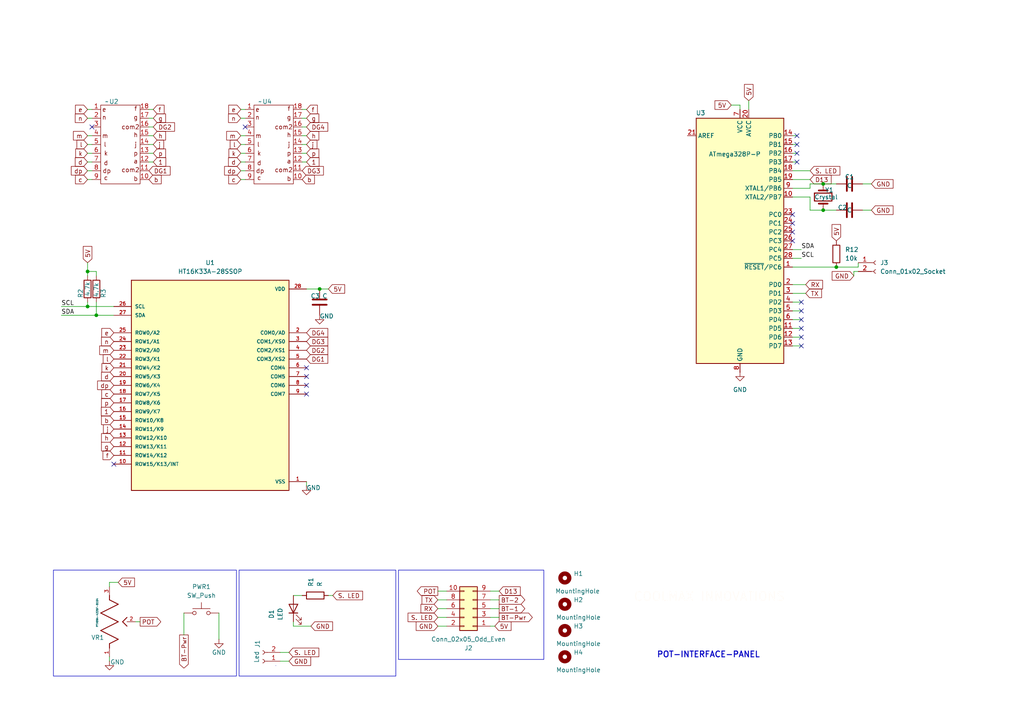
<source format=kicad_sch>
(kicad_sch (version 20250114) (generator "eeschema") (generator_version "9.0")
  (paper "A4")
  (lib_symbols
    (symbol "Connector:Conn_01x02_Socket" (pin_names (offset 1.016) (hide yes))
      (property "Reference" "J" (at 0 2.54 0))
      (property "Value" "Conn_01x02_Socket" (at 0 -5.08 0))
      (symbol "Conn_01x02_Socket_1_1"
        (polyline (pts (xy -1.27 0) (xy -0.508 0)) (stroke (width 0.1524)))
        (polyline (pts (xy -1.27 -2.54) (xy -0.508 -2.54)) (stroke (width 0.1524)))
        (arc (start 0 -0.508) (mid -0.5058 0) (end 0 0.508) (stroke (width 0.1524)))
        (arc (start 0 -3.048) (mid -0.5058 -2.54) (end 0 -2.032) (stroke (width 0.1524)))
        (pin passive line (at -5.08 0 0) (length 3.81) (name "Pin_1") (number "1"))
        (pin passive line (at -5.08 -2.54 0) (length 3.81) (name "Pin_2") (number "2"))
      )
    )
    (symbol "Connector_Generic:Conn_02x05_Odd_Even" (pin_names (offset 1.016) (hide yes))
      (property "Reference" "J" (at 1.27 7.62 0))
      (property "Value" "Conn_02x05_Odd_Even" (at 1.27 -7.62 0))
      (symbol "Conn_02x05_Odd_Even_1_1"
        (rectangle (start -1.27 6.35) (end 3.81 -6.35) (stroke (width 0.254)) (fill (type background)))
        (rectangle (start -1.27 5.207) (end 0 4.953) (stroke (width 0.1524)))
        (rectangle (start -1.27 2.667) (end 0 2.413) (stroke (width 0.1524)))
        (rectangle (start -1.27 0.127) (end 0 -0.127) (stroke (width 0.1524)))
        (rectangle (start -1.27 -2.413) (end 0 -2.667) (stroke (width 0.1524)))
        (rectangle (start -1.27 -4.953) (end 0 -5.207) (stroke (width 0.1524)))
        (rectangle (start 3.81 5.207) (end 2.54 4.953) (stroke (width 0.1524)))
        (rectangle (start 3.81 2.667) (end 2.54 2.413) (stroke (width 0.1524)))
        (rectangle (start 3.81 0.127) (end 2.54 -0.127) (stroke (width 0.1524)))
        (rectangle (start 3.81 -2.413) (end 2.54 -2.667) (stroke (width 0.1524)))
        (rectangle (start 3.81 -4.953) (end 2.54 -5.207) (stroke (width 0.1524)))
        (pin passive line (at -5.08 5.08 0) (length 3.81) (name "Pin_1") (number "1"))
        (pin passive line (at -5.08 2.54 0) (length 3.81) (name "Pin_3") (number "3"))
        (pin passive line (at -5.08 0 0) (length 3.81) (name "Pin_5") (number "5"))
        (pin passive line (at -5.08 -2.54 0) (length 3.81) (name "Pin_7") (number "7"))
        (pin passive line (at -5.08 -5.08 0) (length 3.81) (name "Pin_9") (number "9"))
        (pin passive line (at 7.62 5.08 180) (length 3.81) (name "Pin_2") (number "2"))
        (pin passive line (at 7.62 2.54 180) (length 3.81) (name "Pin_4") (number "4"))
        (pin passive line (at 7.62 0 180) (length 3.81) (name "Pin_6") (number "6"))
        (pin passive line (at 7.62 -2.54 180) (length 3.81) (name "Pin_8") (number "8"))
        (pin passive line (at 7.62 -5.08 180) (length 3.81) (name "Pin_10") (number "10"))
      )
    )
    (symbol "Device:C" (pin_numbers (hide yes)) (pin_names (offset 0.254))
      (property "Reference" "C" (at 0.635 2.54 0))
      (property "Value" "C" (at 0.635 -2.54 0))
      (symbol "C_0_1"
        (polyline (pts (xy -2.032 0.762) (xy 2.032 0.762)) (stroke (width 0.508)))
        (polyline (pts (xy -2.032 -0.762) (xy 2.032 -0.762)) (stroke (width 0.508)))
      )
      (symbol "C_1_1"
        (pin passive line (at 0 3.81 270) (length 2.794) (name "~") (number "1"))
        (pin passive line (at 0 -3.81 90) (length 2.794) (name "~") (number "2"))
      )
    )
    (symbol "Device:Crystal" (pin_numbers (hide yes)) (pin_names (offset 1.016) (hide yes))
      (property "Reference" "Y" (at 0 3.81 0))
      (property "Value" "Crystal" (at 0 -3.81 0))
      (symbol "Crystal_0_1"
        (polyline (pts (xy -2.54 0) (xy -1.905 0)))
        (polyline (pts (xy -1.905 -1.27) (xy -1.905 1.27)) (stroke (width 0.508)))
        (rectangle (start -1.143 2.54) (end 1.143 -2.54) (stroke (width 0.3048)))
        (polyline (pts (xy 1.905 -1.27) (xy 1.905 1.27)) (stroke (width 0.508)))
        (polyline (pts (xy 2.54 0) (xy 1.905 0)))
      )
      (symbol "Crystal_1_1"
        (pin passive line (at -3.81 0 0) (length 1.27) (name "1") (number "1"))
        (pin passive line (at 3.81 0 180) (length 1.27) (name "2") (number "2"))
      )
    )
    (symbol "Device:LED" (pin_numbers (hide yes)) (pin_names (offset 1.016) (hide yes))
      (property "Reference" "D" (at 0 2.54 0))
      (property "Value" "LED" (at 0 -2.54 0))
      (symbol "LED_0_1"
        (polyline (pts (xy -3.048 -0.762) (xy -4.572 -2.286) (xy -3.81 -2.286) (xy -4.572 -2.286) (xy -4.572 -1.524)))
        (polyline (pts (xy -1.778 -0.762) (xy -3.302 -2.286) (xy -2.54 -2.286) (xy -3.302 -2.286) (xy -3.302 -1.524)))
        (polyline (pts (xy -1.27 0) (xy 1.27 0)))
        (polyline (pts (xy -1.27 -1.27) (xy -1.27 1.27)) (stroke (width 0.254)))
        (polyline (pts (xy 1.27 -1.27) (xy 1.27 1.27) (xy -1.27 0) (xy 1.27 -1.27)) (stroke (width 0.254)))
      )
      (symbol "LED_1_1"
        (pin passive line (at -3.81 0 0) (length 2.54) (name "K") (number "1"))
        (pin passive line (at 3.81 0 180) (length 2.54) (name "A") (number "2"))
      )
    )
    (symbol "Device:R" (pin_numbers (hide yes)) (pin_names (offset 0))
      (property "Reference" "R" (at 2.032 0 90))
      (property "Value" "R" (at 0 0 90))
      (symbol "R_0_1"
        (rectangle (start -1.016 -2.54) (end 1.016 2.54) (stroke (width 0.254)))
      )
      (symbol "R_1_1"
        (pin passive line (at 0 3.81 270) (length 1.27) (name "~") (number "1"))
        (pin passive line (at 0 -3.81 90) (length 1.27) (name "~") (number "2"))
      )
    )
    (symbol "MCU_Microchip_ATmega:ATmega328P-P"
      (property "Reference" "U" (at -12.7 36.83 0))
      (property "Value" "ATmega328P-P" (at 2.54 -36.83 0))
      (symbol "ATmega328P-P_0_1"
        (rectangle (start -12.7 -35.56) (end 12.7 35.56) (stroke (width 0.254)) (fill (type background)))
      )
      (symbol "ATmega328P-P_1_1"
        (pin passive line (at -15.24 30.48 0) (length 2.54) (name "AREF") (number "21"))
        (pin power_in line (at 0 38.1 270) (length 2.54) (name "VCC") (number "7"))
        (pin passive line (at 0 -38.1 90) (length 2.54) (hide yes) (name "GND") (number "22"))
        (pin power_in line (at 0 -38.1 90) (length 2.54) (name "GND") (number "8"))
        (pin power_in line (at 2.54 38.1 270) (length 2.54) (name "AVCC") (number "20"))
        (pin bidirectional line (at 15.24 30.48 180) (length 2.54) (name "PB0") (number "14"))
        (pin bidirectional line (at 15.24 27.94 180) (length 2.54) (name "PB1") (number "15"))
        (pin bidirectional line (at 15.24 25.4 180) (length 2.54) (name "PB2") (number "16"))
        (pin bidirectional line (at 15.24 22.86 180) (length 2.54) (name "PB3") (number "17"))
        (pin bidirectional line (at 15.24 20.32 180) (length 2.54) (name "PB4") (number "18"))
        (pin bidirectional line (at 15.24 17.78 180) (length 2.54) (name "PB5") (number "19"))
        (pin bidirectional line (at 15.24 15.24 180) (length 2.54) (name "XTAL1/PB6") (number "9"))
        (pin bidirectional line (at 15.24 12.7 180) (length 2.54) (name "XTAL2/PB7") (number "10"))
        (pin bidirectional line (at 15.24 7.62 180) (length 2.54) (name "PC0") (number "23"))
        (pin bidirectional line (at 15.24 5.08 180) (length 2.54) (name "PC1") (number "24"))
        (pin bidirectional line (at 15.24 2.54 180) (length 2.54) (name "PC2") (number "25"))
        (pin bidirectional line (at 15.24 0 180) (length 2.54) (name "PC3") (number "26"))
        (pin bidirectional line (at 15.24 -2.54 180) (length 2.54) (name "PC4") (number "27"))
        (pin bidirectional line (at 15.24 -5.08 180) (length 2.54) (name "PC5") (number "28"))
        (pin bidirectional line (at 15.24 -7.62 180) (length 2.54) (name "~{RESET}/PC6") (number "1"))
        (pin bidirectional line (at 15.24 -12.7 180) (length 2.54) (name "PD0") (number "2"))
        (pin bidirectional line (at 15.24 -15.24 180) (length 2.54) (name "PD1") (number "3"))
        (pin bidirectional line (at 15.24 -17.78 180) (length 2.54) (name "PD2") (number "4"))
        (pin bidirectional line (at 15.24 -20.32 180) (length 2.54) (name "PD3") (number "5"))
        (pin bidirectional line (at 15.24 -22.86 180) (length 2.54) (name "PD4") (number "6"))
        (pin bidirectional line (at 15.24 -25.4 180) (length 2.54) (name "PD5") (number "11"))
        (pin bidirectional line (at 15.24 -27.94 180) (length 2.54) (name "PD6") (number "12"))
        (pin bidirectional line (at 15.24 -30.48 180) (length 2.54) (name "PD7") (number "13"))
      )
    )
    (symbol "Mechanical:MountingHole" (pin_names (offset 1.016)) (exclude_from_sim yes) (in_bom no)
      (property "Reference" "H" (at 0 5.08 0))
      (property "Value" "MountingHole" (at 0 3.175 0))
      (symbol "MountingHole_0_1"
        (circle (center 0 0) (radius 1.27) (stroke (width 1.27)))
      )
    )
    (symbol "Switch:SW_Push" (pin_numbers (hide yes)) (pin_names (offset 1.016) (hide yes))
      (property "Reference" "SW" (at 1.27 2.54 0))
      (property "Value" "SW_Push" (at 0 -1.524 0))
      (symbol "SW_Push_0_1"
        (circle (center -2.032 0) (radius 0.508))
        (polyline (pts (xy 0 1.27) (xy 0 3.048)))
        (circle (center 2.032 0) (radius 0.508))
        (polyline (pts (xy 2.54 1.27) (xy -2.54 1.27)))
        (pin passive line (at -5.08 0 0) (length 2.54) (name "1") (number "1"))
        (pin passive line (at 5.08 0 180) (length 2.54) (name "2") (number "2"))
      )
    )
    (symbol "custom_symbols:14seg"
      (property "Reference" "U" (at -0.508 0.762 0))
      (symbol "14seg_0_1"
        (rectangle (start 0 0) (end 11.43 -22.86))
      )
      (symbol "14seg_1_1"
        (text "e" (at 1.016 -1.27 0) (effects (font (size 1.27 1.27))))
        (text "n" (at 1.016 -3.556 0) (effects (font (size 1.27 1.27))))
        (text "m" (at 1.27 -8.89 0) (effects (font (size 1.27 1.27))))
        (text "l" (at 1.27 -11.43 0) (effects (font (size 1.27 1.27))))
        (text "k" (at 1.524 -13.97 0) (effects (font (size 1.27 1.27))))
        (text "d" (at 1.524 -16.764 0) (effects (font (size 1.27 1.27))))
        (text "c" (at 1.524 -21.082 0) (effects (font (size 1.27 1.27))))
        (text "dp" (at 1.778 -19.05 0) (effects (font (size 1.27 1.27))))
        (text "com2" (at 8.636 -6.35 0) (effects (font (size 1.27 1.27))))
        (text "com2" (at 8.636 -18.796 0) (effects (font (size 1.27 1.27))))
        (text "f" (at 10.16 -1.016 0) (effects (font (size 1.27 1.27))))
        (text "g" (at 10.16 -3.556 0) (effects (font (size 1.27 1.27))))
        (text "h" (at 10.16 -8.636 0) (effects (font (size 1.27 1.27))))
        (text "j" (at 10.16 -11.43 0) (effects (font (size 1.27 1.27))))
        (text "p" (at 10.16 -13.97 0) (effects (font (size 1.27 1.27))))
        (text "a" (at 10.16 -16.256 0) (effects (font (size 1.27 1.27))))
        (text "b" (at 10.16 -21.336 0) (effects (font (size 1.27 1.27))))
        (pin input line (at -2.54 -1.27 0) (length 2.54) (name "") (number "1"))
        (pin input line (at -2.54 -3.81 0) (length 2.54) (name "") (number "2"))
        (pin input line (at -2.54 -6.35 0) (length 2.54) (name "") (number "3"))
        (pin input line (at -2.54 -8.89 0) (length 2.54) (name "") (number "4"))
        (pin input line (at -2.54 -11.43 0) (length 2.54) (name "") (number "5"))
        (pin input line (at -2.54 -13.97 0) (length 2.54) (name "") (number "6"))
        (pin input line (at -2.54 -16.51 0) (length 2.54) (name "") (number "7"))
        (pin input line (at -2.54 -19.05 0) (length 2.54) (name "") (number "8"))
        (pin input line (at -2.54 -21.59 0) (length 2.54) (name "") (number "9"))
        (pin input line (at 13.97 -1.27 180) (length 2.54) (name "") (number "18"))
        (pin input line (at 13.97 -3.81 180) (length 2.54) (name "") (number "17"))
        (pin input line (at 13.97 -6.35 180) (length 2.54) (name "") (number "16"))
        (pin input line (at 13.97 -8.89 180) (length 2.54) (name "") (number "15"))
        (pin input line (at 13.97 -11.43 180) (length 2.54) (name "") (number "14"))
        (pin input line (at 13.97 -13.97 180) (length 2.54) (name "") (number "13"))
        (pin input line (at 13.97 -16.51 180) (length 2.54) (name "") (number "12"))
        (pin input line (at 13.97 -19.05 180) (length 2.54) (name "") (number "11"))
        (pin input line (at 13.97 -21.59 180) (length 2.54) (name "") (number "10"))
      )
    )
    (symbol "ht16k33-28ssop:HT16K33A-28SSOP" (pin_names (offset 1.016))
      (property "Reference" "U" (at -22.86 30.48 0))
      (property "Value" "HT16K33A-28SSOP" (at -22.86 -33.02 0))
      (symbol "HT16K33A-28SSOP_0_0"
        (rectangle (start -22.86 -30.48) (end 22.86 30.48) (stroke (width 0.254)) (fill (type background)))
        (pin input line (at -27.94 22.86 0) (length 5.08) (name "SCL") (number "26"))
        (pin bidirectional line (at -27.94 20.32 0) (length 5.08) (name "SDA") (number "27"))
        (pin bidirectional line (at -27.94 15.24 0) (length 5.08) (name "ROW0/A2") (number "25"))
        (pin bidirectional line (at -27.94 12.7 0) (length 5.08) (name "ROW1/A1") (number "24"))
        (pin bidirectional line (at -27.94 10.16 0) (length 5.08) (name "ROW2/A0") (number "23"))
        (pin bidirectional line (at -27.94 7.62 0) (length 5.08) (name "ROW3/K1") (number "22"))
        (pin bidirectional line (at -27.94 5.08 0) (length 5.08) (name "ROW4/K2") (number "21"))
        (pin bidirectional line (at -27.94 2.54 0) (length 5.08) (name "ROW5/K3") (number "20"))
        (pin bidirectional line (at -27.94 0 0) (length 5.08) (name "ROW6/K4") (number "19"))
        (pin bidirectional line (at -27.94 -2.54 0) (length 5.08) (name "ROW7/K5") (number "18"))
        (pin bidirectional line (at -27.94 -5.08 0) (length 5.08) (name "ROW8/K6") (number "17"))
        (pin bidirectional line (at -27.94 -7.62 0) (length 5.08) (name "ROW9/K7") (number "16"))
        (pin bidirectional line (at -27.94 -10.16 0) (length 5.08) (name "ROW10/K8") (number "15"))
        (pin bidirectional line (at -27.94 -12.7 0) (length 5.08) (name "ROW11/K9") (number "14"))
        (pin bidirectional line (at -27.94 -15.24 0) (length 5.08) (name "ROW12/K10") (number "13"))
        (pin bidirectional line (at -27.94 -17.78 0) (length 5.08) (name "ROW13/K11") (number "12"))
        (pin bidirectional line (at -27.94 -20.32 0) (length 5.08) (name "ROW14/K12") (number "11"))
        (pin bidirectional line (at -27.94 -22.86 0) (length 5.08) (name "ROW15/K13/INT") (number "10"))
        (pin power_in line (at 27.94 27.94 180) (length 5.08) (name "VDD") (number "28"))
        (pin output line (at 27.94 15.24 180) (length 5.08) (name "COM0/AD") (number "2"))
        (pin output line (at 27.94 12.7 180) (length 5.08) (name "COM1/KS0") (number "3"))
        (pin output line (at 27.94 10.16 180) (length 5.08) (name "COM2/KS1") (number "4"))
        (pin output line (at 27.94 7.62 180) (length 5.08) (name "COM3/KS2") (number "5"))
        (pin output line (at 27.94 5.08 180) (length 5.08) (name "COM4") (number "6"))
        (pin output line (at 27.94 2.54 180) (length 5.08) (name "COM5") (number "7"))
        (pin output line (at 27.94 0 180) (length 5.08) (name "COM6") (number "8"))
        (pin output line (at 27.94 -2.54 180) (length 5.08) (name "COM7") (number "9"))
        (pin power_in line (at 27.94 -27.94 180) (length 5.08) (name "VSS") (number "1"))
      )
    )
    (symbol "pot:PTV09A-4225F-B104" (pin_names (offset 1.016))
      (property "Reference" "VR" (at 5.08 0 0))
      (property "Value" "PTV09A-4225F-B104" (at 0 0 0))
      (symbol "PTV09A-4225F-B104_0_0"
        (polyline (pts (xy -5.08 1.27) (xy -3.81 0)) (stroke (width 0.254)))
        (polyline (pts (xy -3.81 0) (xy -5.08 -1.27)) (stroke (width 0.254)))
        (polyline (pts (xy -2.54 5.08) (xy 0 6.35)) (stroke (width 0.254)))
        (polyline (pts (xy -2.54 0) (xy 2.54 2.54)) (stroke (width 0.254)))
        (polyline (pts (xy -2.54 0) (xy 2.54 -2.54)) (stroke (width 0.254)))
        (polyline (pts (xy -2.54 -5.08) (xy 0 -6.35)) (stroke (width 0.254)))
        (polyline (pts (xy 0 6.35) (xy 0 7.62)) (stroke (width 0.254)))
        (polyline (pts (xy 0 -6.35) (xy 0 -7.62)) (stroke (width 0.254)))
        (polyline (pts (xy 2.54 2.54) (xy -2.54 5.08)) (stroke (width 0.254)))
        (polyline (pts (xy 2.54 -2.54) (xy -2.54 -5.08)) (stroke (width 0.254)))
        (pin bidirectional line (at -7.62 0 0) (length 2.54) (name "~") (number "2"))
        (pin bidirectional line (at 0 10.16 270) (length 2.54) (name "~") (number "1"))
        (pin bidirectional line (at 0 -10.16 90) (length 2.54) (name "~") (number "3"))
      )
    )
    (symbol "power:GND" (power) (pin_numbers (hide yes)) (pin_names (offset 0) (hide yes))
      (property "Value" "GND" (at 0 -3.81 0))
      (symbol "GND_0_1"
        (polyline (pts (xy 0 0) (xy 0 -1.27) (xy 1.27 -1.27) (xy 0 -2.54) (xy -1.27 -1.27) (xy 0 -1.27)))
      )
      (symbol "GND_1_1"
        (pin power_in line (at 0 0 270) (length 0) (name "~") (number "1"))
      )
    )
  )
  (rectangle (start 69.342 165.354) (end 114.808 196.088))
  (rectangle (start 157.734 191.262) (end 115.57 165.354))
  (rectangle (start 15.494 165.354) (end 68.58 196.088))
  (rectangle (start 80.01 193.04) (end 80.01 193.04))
  (text "POT-INTERFACE-PANEL\n" (at 205.486 189.992 0) (effects (font (size 1.6764 1.6764) (thickness 0.2794) (bold yes))))
  (text "COOLMAX INNOVATIONS" (at 205.74 173.228 0) (effects (font (size 2.54 2.54) (thickness 0.3556) (bold yes))))
  (junction (at 238.76 60.96))
  (junction (at 25.4 78.74))
  (junction (at 92.71 83.82))
  (junction (at 25.4 88.9))
  (junction (at 242.57 77.47))
  (junction (at 27.94 91.44))
  (junction (at 238.76 53.34))
  (no_connect (at 229.87 62.23))
  (no_connect (at 26.67 36.83))
  (no_connect (at 231.14 39.37))
  (no_connect (at 88.9 109.22))
  (no_connect (at 88.9 111.76))
  (no_connect (at 33.02 134.62))
  (no_connect (at 229.87 67.31))
  (no_connect (at 232.41 97.79))
  (no_connect (at 231.14 46.99))
  (no_connect (at 232.41 92.71))
  (no_connect (at 229.87 69.85))
  (no_connect (at 232.41 100.33))
  (no_connect (at 88.9 106.68))
  (no_connect (at 232.41 95.25))
  (no_connect (at 229.87 64.77))
  (no_connect (at 231.14 44.45))
  (no_connect (at 71.12 36.83))
  (no_connect (at 88.9 114.3))
  (no_connect (at 232.41 87.63))
  (no_connect (at 231.14 41.91))
  (no_connect (at 232.41 90.17))
  (wire (pts (xy 26.67 39.37) (xy 25.4 39.37)))
  (wire (pts (xy 85.09 180.34) (xy 85.09 181.61)))
  (wire (pts (xy 44.45 41.91) (xy 43.18 41.91)))
  (wire (pts (xy 26.67 49.53) (xy 25.4 49.53)))
  (wire (pts (xy 25.4 78.74) (xy 27.94 78.74)))
  (wire (pts (xy 242.57 77.47) (xy 248.92 77.47)))
  (wire (pts (xy 92.71 83.82) (xy 88.9 83.82)))
  (wire (pts (xy 25.4 78.74) (xy 25.4 80.01)))
  (wire (pts (xy 88.9 39.37) (xy 87.63 39.37)))
  (wire (pts (xy 229.87 85.09) (xy 233.68 85.09)))
  (wire (pts (xy 248.92 76.2) (xy 248.92 77.47)))
  (wire (pts (xy 44.45 44.45) (xy 43.18 44.45)))
  (wire (pts (xy 144.78 171.45) (xy 142.24 171.45)))
  (wire (pts (xy 229.87 77.47) (xy 242.57 77.47)))
  (wire (pts (xy 71.12 31.75) (xy 69.85 31.75)))
  (wire (pts (xy 234.95 53.34) (xy 238.76 53.34)))
  (wire (pts (xy 252.73 60.96) (xy 250.19 60.96)))
  (wire (pts (xy 229.87 72.39) (xy 232.41 72.39)))
  (wire (pts (xy 26.67 31.75) (xy 25.4 31.75)))
  (wire (pts (xy 31.75 168.91) (xy 31.75 170.18)))
  (wire (pts (xy 71.12 41.91) (xy 69.85 41.91)))
  (wire (pts (xy 27.94 87.63) (xy 27.94 91.44)))
  (wire (pts (xy 214.63 31.75) (xy 214.63 30.48)))
  (wire (pts (xy 247.65 80.01) (xy 247.65 78.74)))
  (wire (pts (xy 25.4 88.9) (xy 33.02 88.9)))
  (wire (pts (xy 26.67 46.99) (xy 25.4 46.99)))
  (wire (pts (xy 250.19 53.34) (xy 252.73 53.34)))
  (wire (pts (xy 34.29 168.91) (xy 31.75 168.91)))
  (wire (pts (xy 229.87 74.93) (xy 232.41 74.93)))
  (wire (pts (xy 144.78 179.07) (xy 142.24 179.07)))
  (wire (pts (xy 63.5 185.42) (xy 63.5 177.8)))
  (wire (pts (xy 229.87 54.61) (xy 234.95 54.61)))
  (wire (pts (xy 53.34 177.8) (xy 53.34 184.15)))
  (wire (pts (xy 27.94 91.44) (xy 33.02 91.44)))
  (wire (pts (xy 238.76 60.96) (xy 242.57 60.96)))
  (wire (pts (xy 238.76 53.34) (xy 242.57 53.34)))
  (wire (pts (xy 129.54 179.07) (xy 127 179.07)))
  (wire (pts (xy 71.12 52.07) (xy 69.85 52.07)))
  (wire (pts (xy 229.87 46.99) (xy 231.14 46.99)))
  (wire (pts (xy 85.09 181.61) (xy 90.17 181.61)))
  (wire (pts (xy 144.78 173.99) (xy 142.24 173.99)))
  (wire (pts (xy 44.45 46.99) (xy 43.18 46.99)))
  (wire (pts (xy 229.87 52.07) (xy 234.95 52.07)))
  (wire (pts (xy 88.9 140.97) (xy 88.9 139.7)))
  (wire (pts (xy 247.65 78.74) (xy 248.92 78.74)))
  (wire (pts (xy 25.4 76.2) (xy 25.4 78.74)))
  (wire (pts (xy 229.87 82.55) (xy 233.68 82.55)))
  (wire (pts (xy 229.87 57.15) (xy 234.95 57.15)))
  (wire (pts (xy 229.87 97.79) (xy 232.41 97.79)))
  (wire (pts (xy 27.94 80.01) (xy 27.94 78.74)))
  (wire (pts (xy 44.45 31.75) (xy 43.18 31.75)))
  (wire (pts (xy 229.87 92.71) (xy 232.41 92.71)))
  (wire (pts (xy 229.87 87.63) (xy 232.41 87.63)))
  (wire (pts (xy 85.09 172.72) (xy 87.63 172.72)))
  (wire (pts (xy 44.45 39.37) (xy 43.18 39.37)))
  (wire (pts (xy 71.12 34.29) (xy 69.85 34.29)))
  (wire (pts (xy 144.78 176.53) (xy 142.24 176.53)))
  (wire (pts (xy 71.12 49.53) (xy 69.85 49.53)))
  (wire (pts (xy 40.64 180.34) (xy 39.37 180.34)))
  (wire (pts (xy 83.82 191.77) (xy 81.28 191.77)))
  (wire (pts (xy 88.9 34.29) (xy 87.63 34.29)))
  (wire (pts (xy 229.87 95.25) (xy 232.41 95.25)))
  (wire (pts (xy 88.9 41.91) (xy 87.63 41.91)))
  (wire (pts (xy 71.12 39.37) (xy 69.85 39.37)))
  (wire (pts (xy 17.78 88.9) (xy 25.4 88.9)))
  (wire (pts (xy 229.87 39.37) (xy 231.14 39.37)))
  (wire (pts (xy 143.51 181.61) (xy 142.24 181.61)))
  (wire (pts (xy 71.12 46.99) (xy 69.85 46.99)))
  (wire (pts (xy 234.95 54.61) (xy 234.95 53.34)))
  (wire (pts (xy 26.67 44.45) (xy 25.4 44.45)))
  (wire (pts (xy 44.45 34.29) (xy 43.18 34.29)))
  (wire (pts (xy 44.45 36.83) (xy 43.18 36.83)))
  (wire (pts (xy 88.9 46.99) (xy 87.63 46.99)))
  (wire (pts (xy 229.87 49.53) (xy 234.95 49.53)))
  (wire (pts (xy 95.25 83.82) (xy 92.71 83.82)))
  (wire (pts (xy 127 171.45) (xy 129.54 171.45)))
  (wire (pts (xy 71.12 44.45) (xy 69.85 44.45)))
  (wire (pts (xy 83.82 189.23) (xy 81.28 189.23)))
  (wire (pts (xy 95.25 172.72) (xy 96.52 172.72)))
  (wire (pts (xy 229.87 41.91) (xy 231.14 41.91)))
  (wire (pts (xy 17.78 91.44) (xy 27.94 91.44)))
  (wire (pts (xy 234.95 57.15) (xy 234.95 60.96)))
  (wire (pts (xy 88.9 31.75) (xy 87.63 31.75)))
  (wire (pts (xy 217.17 29.21) (xy 217.17 31.75)))
  (wire (pts (xy 25.4 87.63) (xy 25.4 88.9)))
  (wire (pts (xy 229.87 100.33) (xy 232.41 100.33)))
  (wire (pts (xy 26.67 41.91) (xy 25.4 41.91)))
  (wire (pts (xy 88.9 44.45) (xy 87.63 44.45)))
  (wire (pts (xy 229.87 44.45) (xy 231.14 44.45)))
  (wire (pts (xy 127 181.61) (xy 129.54 181.61)))
  (wire (pts (xy 26.67 34.29) (xy 25.4 34.29)))
  (wire (pts (xy 234.95 60.96) (xy 238.76 60.96)))
  (wire (pts (xy 129.54 173.99) (xy 127 173.99)))
  (wire (pts (xy 229.87 90.17) (xy 232.41 90.17)))
  (wire (pts (xy 214.63 30.48) (xy 212.09 30.48)))
  (wire (pts (xy 129.54 176.53) (xy 127 176.53)))
  (wire (pts (xy 31.75 190.5) (xy 31.75 191.77)))
  (wire (pts (xy 88.9 36.83) (xy 87.63 36.83)))
  (wire (pts (xy 26.67 52.07) (xy 25.4 52.07)))
  (label "SCL" (at 17.78 88.9 0))
  (label "SCL" (at 232.41 74.93 0))
  (label "SDA" (at 17.78 91.44 0))
  (label "SDA" (at 232.41 72.39 0))
  (global_label "p" (shape input) (at 44.45 44.45 0) (property "Intersheetrefs" "${INTERSHEET_REFS}" (effects (hide yes))))
  (global_label "j" (shape input) (at 44.45 41.91 0) (property "Intersheetrefs" "${INTERSHEET_REFS}" (effects (hide yes))))
  (global_label "m" (shape input) (at 33.02 101.6 180) (property "Intersheetrefs" "${INTERSHEET_REFS}" (effects (hide yes))))
  (global_label "DG4" (shape input) (at 88.9 36.83 0) (property "Intersheetrefs" "${INTERSHEET_REFS}" (effects (hide yes))))
  (global_label "BT-2" (shape output) (at 144.78 173.99 0) (property "Intersheetrefs" "${INTERSHEET_REFS}" (effects (hide yes))))
  (global_label "5V" (shape input) (at 25.4 76.2 90) (property "Intersheetrefs" "${INTERSHEET_REFS}" (effects (hide yes))))
  (global_label "BT-Pwr" (shape output) (at 53.34 184.15 270) (property "Intersheetrefs" "${INTERSHEET_REFS}" (effects (hide yes))))
  (global_label "c" (shape input) (at 69.85 52.07 180) (property "Intersheetrefs" "${INTERSHEET_REFS}" (effects (hide yes))))
  (global_label "p" (shape input) (at 88.9 44.45 0) (property "Intersheetrefs" "${INTERSHEET_REFS}" (effects (hide yes))))
  (global_label "b" (shape input) (at 43.18 52.07 0) (property "Intersheetrefs" "${INTERSHEET_REFS}" (effects (hide yes))))
  (global_label "l" (shape input) (at 33.02 104.14 180) (property "Intersheetrefs" "${INTERSHEET_REFS}" (effects (hide yes))))
  (global_label "5V" (shape input) (at 34.29 168.91 0) (property "Intersheetrefs" "${INTERSHEET_REFS}" (effects (hide yes))))
  (global_label "DG1" (shape input) (at 43.18 49.53 0) (property "Intersheetrefs" "${INTERSHEET_REFS}" (effects (hide yes))))
  (global_label "S. LED" (shape input) (at 96.52 172.72 0) (property "Intersheetrefs" "${INTERSHEET_REFS}" (effects (hide yes))))
  (global_label "GND" (shape input) (at 252.73 53.34 0) (property "Intersheetrefs" "${INTERSHEET_REFS}" (effects (hide yes))))
  (global_label "dp" (shape input) (at 25.4 49.53 180) (property "Intersheetrefs" "${INTERSHEET_REFS}" (effects (hide yes))))
  (global_label "5V" (shape input) (at 217.17 29.21 90) (property "Intersheetrefs" "${INTERSHEET_REFS}" (effects (hide yes))))
  (global_label "d" (shape input) (at 33.02 109.22 180) (property "Intersheetrefs" "${INTERSHEET_REFS}" (effects (hide yes))))
  (global_label "p" (shape input) (at 33.02 116.84 180) (property "Intersheetrefs" "${INTERSHEET_REFS}" (effects (hide yes))))
  (global_label "DG3" (shape input) (at 87.63 49.53 0) (property "Intersheetrefs" "${INTERSHEET_REFS}" (effects (hide yes))))
  (global_label "k" (shape input) (at 25.4 44.45 180) (property "Intersheetrefs" "${INTERSHEET_REFS}" (effects (hide yes))))
  (global_label "e" (shape input) (at 25.4 31.75 180) (property "Intersheetrefs" "${INTERSHEET_REFS}" (effects (hide yes))))
  (global_label "d" (shape input) (at 69.85 46.99 180) (property "Intersheetrefs" "${INTERSHEET_REFS}" (effects (hide yes))))
  (global_label "S. LED" (shape input) (at 127 179.07 180) (property "Intersheetrefs" "${INTERSHEET_REFS}" (effects (hide yes))))
  (global_label "5V" (shape input) (at 95.25 83.82 0) (property "Intersheetrefs" "${INTERSHEET_REFS}" (effects (hide yes))))
  (global_label "g" (shape input) (at 44.45 34.29 0) (property "Intersheetrefs" "${INTERSHEET_REFS}" (effects (hide yes))))
  (global_label "DG1" (shape input) (at 88.9 104.14 0) (property "Intersheetrefs" "${INTERSHEET_REFS}" (effects (hide yes))))
  (global_label "DG4" (shape input) (at 88.9 96.52 0) (property "Intersheetrefs" "${INTERSHEET_REFS}" (effects (hide yes))))
  (global_label "S. LED" (shape input) (at 83.82 189.23 0) (property "Intersheetrefs" "${INTERSHEET_REFS}" (effects (hide yes))))
  (global_label "5V" (shape input) (at 143.51 181.61 0) (property "Intersheetrefs" "${INTERSHEET_REFS}" (effects (hide yes))))
  (global_label "c" (shape input) (at 25.4 52.07 180) (property "Intersheetrefs" "${INTERSHEET_REFS}" (effects (hide yes))))
  (global_label "b" (shape input) (at 87.63 52.07 0) (property "Intersheetrefs" "${INTERSHEET_REFS}" (effects (hide yes))))
  (global_label "f" (shape input) (at 33.02 132.08 180) (property "Intersheetrefs" "${INTERSHEET_REFS}" (effects (hide yes))))
  (global_label "f" (shape input) (at 88.9 31.75 0) (property "Intersheetrefs" "${INTERSHEET_REFS}" (effects (hide yes))))
  (global_label "n" (shape input) (at 25.4 34.29 180) (property "Intersheetrefs" "${INTERSHEET_REFS}" (effects (hide yes))))
  (global_label "POT" (shape output) (at 40.64 180.34 0) (property "Intersheetrefs" "${INTERSHEET_REFS}" (effects (hide yes))))
  (global_label "TX" (shape input) (at 233.68 85.09 0) (property "Intersheetrefs" "${INTERSHEET_REFS}" (effects (hide yes))))
  (global_label "j" (shape input) (at 88.9 41.91 0) (property "Intersheetrefs" "${INTERSHEET_REFS}" (effects (hide yes))))
  (global_label "h" (shape input) (at 33.02 127 180) (property "Intersheetrefs" "${INTERSHEET_REFS}" (effects (hide yes))))
  (global_label "d" (shape input) (at 25.4 46.99 180) (property "Intersheetrefs" "${INTERSHEET_REFS}" (effects (hide yes))))
  (global_label "dp" (shape input) (at 69.85 49.53 180) (property "Intersheetrefs" "${INTERSHEET_REFS}" (effects (hide yes))))
  (global_label "GND" (shape input) (at 127 181.61 180) (property "Intersheetrefs" "${INTERSHEET_REFS}" (effects (hide yes))))
  (global_label "DG2" (shape input) (at 44.45 36.83 0) (property "Intersheetrefs" "${INTERSHEET_REFS}" (effects (hide yes))))
  (global_label "e" (shape input) (at 69.85 31.75 180) (property "Intersheetrefs" "${INTERSHEET_REFS}" (effects (hide yes))))
  (global_label "k" (shape input) (at 33.02 106.68 180) (property "Intersheetrefs" "${INTERSHEET_REFS}" (effects (hide yes))))
  (global_label "h" (shape input) (at 88.9 39.37 0) (property "Intersheetrefs" "${INTERSHEET_REFS}" (effects (hide yes))))
  (global_label "f" (shape input) (at 44.45 31.75 0) (property "Intersheetrefs" "${INTERSHEET_REFS}" (effects (hide yes))))
  (global_label "c" (shape input) (at 33.02 114.3 180) (property "Intersheetrefs" "${INTERSHEET_REFS}" (effects (hide yes))))
  (global_label "S. LED" (shape input) (at 234.95 49.53 0) (property "Intersheetrefs" "${INTERSHEET_REFS}" (effects (hide yes))))
  (global_label "1" (shape input) (at 88.9 46.99 0) (property "Intersheetrefs" "${INTERSHEET_REFS}" (effects (hide yes))))
  (global_label "m" (shape input) (at 25.4 39.37 180) (property "Intersheetrefs" "${INTERSHEET_REFS}" (effects (hide yes))))
  (global_label "TX" (shape input) (at 127 173.99 180) (property "Intersheetrefs" "${INTERSHEET_REFS}" (effects (hide yes))))
  (global_label "l" (shape input) (at 69.85 41.91 180) (property "Intersheetrefs" "${INTERSHEET_REFS}" (effects (hide yes))))
  (global_label "GND" (shape input) (at 247.65 80.01 180) (property "Intersheetrefs" "${INTERSHEET_REFS}" (effects (hide yes))))
  (global_label "m" (shape input) (at 69.85 39.37 180) (property "Intersheetrefs" "${INTERSHEET_REFS}" (effects (hide yes))))
  (global_label "g" (shape input) (at 33.02 129.54 180) (property "Intersheetrefs" "${INTERSHEET_REFS}" (effects (hide yes))))
  (global_label "e" (shape input) (at 33.02 96.52 180) (property "Intersheetrefs" "${INTERSHEET_REFS}" (effects (hide yes))))
  (global_label "POT" (shape output) (at 127 171.45 180) (property "Intersheetrefs" "${INTERSHEET_REFS}" (effects (hide yes))))
  (global_label "D13" (shape input) (at 234.95 52.07 0) (property "Intersheetrefs" "${INTERSHEET_REFS}" (effects (hide yes))))
  (global_label "DG2" (shape input) (at 88.9 101.6 0) (property "Intersheetrefs" "${INTERSHEET_REFS}" (effects (hide yes))))
  (global_label "n" (shape input) (at 69.85 34.29 180) (property "Intersheetrefs" "${INTERSHEET_REFS}" (effects (hide yes))))
  (global_label "n" (shape input) (at 33.02 99.06 180) (property "Intersheetrefs" "${INTERSHEET_REFS}" (effects (hide yes))))
  (global_label "1" (shape input) (at 44.45 46.99 0) (property "Intersheetrefs" "${INTERSHEET_REFS}" (effects (hide yes))))
  (global_label "BT-Pwr" (shape output) (at 144.78 179.07 0) (property "Intersheetrefs" "${INTERSHEET_REFS}" (effects (hide yes))))
  (global_label "DG3" (shape input) (at 88.9 99.06 0) (property "Intersheetrefs" "${INTERSHEET_REFS}" (effects (hide yes))))
  (global_label "GND" (shape input) (at 252.73 60.96 0) (property "Intersheetrefs" "${INTERSHEET_REFS}" (effects (hide yes))))
  (global_label "RX" (shape input) (at 233.68 82.55 0) (property "Intersheetrefs" "${INTERSHEET_REFS}" (effects (hide yes))))
  (global_label "k" (shape input) (at 69.85 44.45 180) (property "Intersheetrefs" "${INTERSHEET_REFS}" (effects (hide yes))))
  (global_label "h" (shape input) (at 44.45 39.37 0) (property "Intersheetrefs" "${INTERSHEET_REFS}" (effects (hide yes))))
  (global_label "GND" (shape input) (at 90.17 181.61 0) (property "Intersheetrefs" "${INTERSHEET_REFS}" (effects (hide yes))))
  (global_label "g" (shape input) (at 88.9 34.29 0) (property "Intersheetrefs" "${INTERSHEET_REFS}" (effects (hide yes))))
  (global_label "dp" (shape input) (at 33.02 111.76 180) (property "Intersheetrefs" "${INTERSHEET_REFS}" (effects (hide yes))))
  (global_label "1" (shape input) (at 33.02 119.38 180) (property "Intersheetrefs" "${INTERSHEET_REFS}" (effects (hide yes))))
  (global_label "D13" (shape input) (at 144.78 171.45 0) (property "Intersheetrefs" "${INTERSHEET_REFS}" (effects (hide yes))))
  (global_label "RX" (shape input) (at 127 176.53 180) (property "Intersheetrefs" "${INTERSHEET_REFS}" (effects (hide yes))))
  (global_label "b" (shape input) (at 33.02 121.92 180) (property "Intersheetrefs" "${INTERSHEET_REFS}" (effects (hide yes))))
  (global_label "BT-1" (shape output) (at 144.78 176.53 0) (property "Intersheetrefs" "${INTERSHEET_REFS}" (effects (hide yes))))
  (global_label "l" (shape input) (at 25.4 41.91 180) (property "Intersheetrefs" "${INTERSHEET_REFS}" (effects (hide yes))))
  (global_label "5V" (shape input) (at 242.57 69.85 90) (property "Intersheetrefs" "${INTERSHEET_REFS}" (effects (hide yes))))
  (global_label "GND" (shape input) (at 83.82 191.77 0) (property "Intersheetrefs" "${INTERSHEET_REFS}" (effects (hide yes))))
  (global_label "5V" (shape input) (at 212.09 30.48 180) (property "Intersheetrefs" "${INTERSHEET_REFS}" (effects (hide yes))))
  (global_label "j" (shape input) (at 33.02 124.46 180) (property "Intersheetrefs" "${INTERSHEET_REFS}" (effects (hide yes))))
  (symbol (lib_id "Mechanical:MountingHole") (at 163.83 182.88 0) (unit 1) (exclude_from_sim yes) (in_bom no)
    (property "Reference" "H3" (at 166.37 181.6099 0) (effects (justify left)))
    (property "Value" "MountingHole" (at 161.29 186.69 0) (effects (justify left)))
    (property "Footprint" "MountingHole:MountingHole_2.2mm_M2" (effects (hide yes)))
    (property "Description" "Mounting Hole without connection" (effects (hide yes)))
  )
  (symbol (lib_id "Switch:SW_Push") (at 58.42 177.8 0) (unit 1)
    (property "Reference" "PWR1" (at 58.42 170.18 0))
    (property "Value" "SW_Push" (at 58.42 172.72 0))
    (property "Footprint" "Button_Switch_THT:SW_PUSH-12mm" (effects (hide yes)))
    (property "Description" "Push button switch, generic, two pins" (effects (hide yes)))
  )
  (symbol (lib_id "pot:PTV09A-4225F-B104") (at 31.75 180.34 180) (unit 1)
    (property "Reference" "VR1" (at 30.226 184.912 0) (effects (justify left)))
    (property "Value" "PTV09A-4225F-B104" (at 28.194 173.482 90) (effects (font (size 0.508 0.508)) (justify left)))
    (property "Footprint" "pot:PTV09" (effects (hide yes)))
    (property "MF" "Bourns" (effects (hide yes)))
    (property "Description_1" "100k Ohm 1 Gang Linear Through Hole, Snap In Potentiometer Detent 1.0 Kierros Carbon 0.05W, 1/20W PC Pins, Board Locks" (effects (hide yes)))
    (property "Package" "None" (effects (hide yes)))
    (property "PARTNO" "PTV09A-4225F-B104-ND" (effects (hide yes)))
    (property "Price" "None" (effects (hide yes)))
    (property "SnapEDA_Link" "https://www.snapeda.com/parts/PTV09A-4225F-B104/Bourns/view-part/?ref=snap" (effects (hide yes)))
    (property "MP" "PTV09A-4225F-B104" (effects (hide yes)))
    (property "Availability" "In Stock" (effects (hide yes)))
    (property "Check_prices" "https://www.snapeda.com/parts/PTV09A-4225F-B104/Bourns/view-part/?ref=eda" (effects (hide yes)))
  )
  (symbol (lib_id "power:GND") (at 214.63 107.95 0) (unit 1)
    (property "Reference" "#PWR02" (effects (hide yes)))
    (property "Value" "GND" (at 214.63 113.03 0))
    (property "Description" "Power symbol creates a global label with name \"GND\" , ground" (effects (hide yes)))
  )
  (symbol (lib_id "Device:LED") (at 85.09 176.53 90) (unit 1)
    (property "Reference" "D1" (at 78.74 178.1175 0))
    (property "Value" "LED" (at 81.28 178.1175 0))
    (property "Footprint" "LED_THT:LED_D3.0mm" (effects (hide yes)))
    (property "Description" "Light emitting diode" (effects (hide yes)))
  )
  (symbol (lib_id "power:GND") (at 88.9 140.97 0) (unit 1)
    (property "Reference" "#PWR01" (effects (hide yes)))
    (property "Value" "GND" (at 90.932 141.478 0))
    (property "Description" "Power symbol creates a global label with name \"GND\" , ground" (effects (hide yes)))
  )
  (symbol (lib_id "custom_symbols:14seg") (at 29.21 30.48 0) (unit 1)
    (property "Reference" "U2" (at 33.02 29.464 0))
    (property "Value" "~" (at 30.988 29.464 0))
    (property "Footprint" "custom_footprint:14seg" (effects (hide yes)))
  )
  (symbol (lib_id "Device:C") (at 92.71 87.63 180) (unit 1)
    (property "Reference" "C3" (at 91.44 85.852 0))
    (property "Value" "C" (at 94.234 85.852 0))
    (property "Footprint" "Capacitor_SMD:C_1206_3216Metric" (effects (hide yes)))
    (property "Description" "Unpolarized capacitor" (effects (hide yes)))
  )
  (symbol (lib_id "Device:R") (at 91.44 172.72 90) (unit 1)
    (property "Reference" "R1" (at 90.1699 170.18 0) (effects (justify left)))
    (property "Value" "R" (at 92.7099 170.18 0) (effects (justify left)))
    (property "Footprint" "Resistor_THT:R_Axial_DIN0204_L3.6mm_D1.6mm_P5.08mm_Horizontal" (effects (hide yes)))
    (property "Description" "Resistor" (effects (hide yes)))
  )
  (symbol (lib_id "Device:C") (at 246.38 53.34 90) (unit 1)
    (property "Reference" "C1" (at 246.38 51.308 90))
    (property "Value" "C" (at 246.38 53.848 90))
    (property "Footprint" "Capacitor_THT:C_Disc_D3.0mm_W1.6mm_P2.50mm" (effects (hide yes)))
    (property "Description" "Unpolarized capacitor" (effects (hide yes)))
  )
  (symbol (lib_id "Mechanical:MountingHole") (at 163.83 167.64 0) (unit 1) (exclude_from_sim yes) (in_bom no)
    (property "Reference" "H1" (at 166.37 166.3699 0) (effects (justify left)))
    (property "Value" "MountingHole" (at 161.036 171.45 0) (effects (justify left)))
    (property "Footprint" "MountingHole:MountingHole_2.2mm_M2" (effects (hide yes)))
    (property "Description" "Mounting Hole without connection" (effects (hide yes)))
  )
  (symbol (lib_id "Mechanical:MountingHole") (at 163.83 190.5 0) (unit 1) (exclude_from_sim yes) (in_bom no)
    (property "Reference" "H4" (at 166.37 189.2299 0) (effects (justify left)))
    (property "Value" "MountingHole" (at 161.29 194.31 0) (effects (justify left)))
    (property "Footprint" "MountingHole:MountingHole_2.2mm_M2" (effects (hide yes)))
    (property "Description" "Mounting Hole without connection" (effects (hide yes)))
  )
  (symbol (lib_id "custom_symbols:14seg") (at 73.66 30.48 0) (unit 1)
    (property "Reference" "U4" (at 77.47 29.464 0))
    (property "Value" "~" (at 75.438 29.464 0))
    (property "Footprint" "custom_footprint:14seg" (effects (hide yes)))
  )
  (symbol (lib_id "power:GND") (at 63.5 185.42 0) (unit 1)
    (property "Reference" "#PWR06" (effects (hide yes)))
    (property "Value" "GND" (at 63.5 189.23 0))
    (property "Description" "Power symbol creates a global label with name \"GND\" , ground" (effects (hide yes)))
  )
  (symbol (lib_id "Device:R") (at 25.4 83.82 180) (unit 1)
    (property "Reference" "R2" (at 23.368 85.09 90))
    (property "Value" "4.7k" (at 25.4 83.82 90))
    (property "Footprint" "Resistor_THT:R_Axial_DIN0204_L3.6mm_D1.6mm_P5.08mm_Horizontal" (effects (hide yes)))
    (property "Description" "Resistor" (effects (hide yes)))
  )
  (symbol (lib_id "Connector:Conn_01x02_Socket") (at 76.2 191.77 180) (unit 1)
    (property "Reference" "J1" (at 74.676 187.96 90) (effects (justify right)))
    (property "Value" "Led" (at 74.422 192.278 90) (effects (justify right)))
    (property "Footprint" "Connector_JST:JST_EH_B2B-EH-A_1x02_P2.50mm_Vertical" (effects (hide yes)))
    (property "Description" "Generic connector, single row, 01x02, script generated" (effects (hide yes)))
  )
  (symbol (lib_id "Device:Crystal") (at 238.76 57.15 90) (unit 1)
    (property "Reference" "Y1" (at 239.268 55.118 90) (effects (justify right)))
    (property "Value" "Crystal" (at 236.22 57.15 90) (effects (justify right)))
    (property "Footprint" "Crystal:Crystal_HC18-U_Vertical" (effects (hide yes)))
    (property "Description" "Two pin crystal" (effects (hide yes)))
  )
  (symbol (lib_id "ht16k33-28ssop:HT16K33A-28SSOP") (at 60.96 111.76 0) (unit 1)
    (property "Reference" "U1" (at 60.96 76.2 0))
    (property "Value" "HT16K33A-28SSOP" (at 60.96 78.74 0))
    (property "Footprint" "ht16k33A-28ssop:SOP63P600X175-28N" (effects (hide yes)))
    (property "MF" "Holtek" (effects (hide yes)))
    (property "MAXIMUM_PACKAGE_HEIGHT" "1.75 mm" (effects (hide yes)))
    (property "CREATOR" "AAMIR" (effects (hide yes)))
    (property "Price" "None" (effects (hide yes)))
    (property "Package" "None" (effects (hide yes)))
    (property "Check_prices" "https://www.snapeda.com/parts/HT16K33A-28SSOP/Holtek/view-part/?ref=eda" (effects (hide yes)))
    (property "STANDARD" "IPC-7351B" (effects (hide yes)))
    (property "PARTREV" "1.02" (effects (hide yes)))
    (property "VERIFIER" "RODRIGO" (effects (hide yes)))
    (property "SnapEDA_Link" "https://www.snapeda.com/parts/HT16K33A-28SSOP/Holtek/view-part/?ref=snap" (effects (hide yes)))
    (property "MP" "HT16K33A-28SSOP" (effects (hide yes)))
    (property "Description_1" "SSOP-28 LCD Drivers" (effects (hide yes)))
    (property "Availability" "Not in stock" (effects (hide yes)))
    (property "MANUFACTURER" "Holtek" (effects (hide yes)))
  )
  (symbol (lib_id "Connector:Conn_01x02_Socket") (at 254 76.2 0) (unit 1)
    (property "Reference" "J3" (at 255.27 76.1999 0) (effects (justify left)))
    (property "Value" "Conn_01x02_Socket" (at 255.27 78.7399 0) (effects (justify left)))
    (property "Footprint" "Connector_PinHeader_1.27mm:PinHeader_1x02_P1.27mm_Vertical" (effects (hide yes)))
    (property "Description" "Generic connector, single row, 01x02, script generated" (effects (hide yes)))
  )
  (symbol (lib_id "Device:R") (at 27.94 83.82 180) (unit 1)
    (property "Reference" "R3" (at 29.972 85.09 90))
    (property "Value" "4.7k" (at 27.94 84.074 90))
    (property "Footprint" "Resistor_THT:R_Axial_DIN0204_L3.6mm_D1.6mm_P5.08mm_Horizontal" (effects (hide yes)))
    (property "Description" "Resistor" (effects (hide yes)))
  )
  (symbol (lib_id "Connector_Generic:Conn_02x05_Odd_Even") (at 137.16 176.53 180) (unit 1)
    (property "Reference" "J2" (at 135.89 187.96 0))
    (property "Value" "Conn_02x05_Odd_Even" (at 135.89 185.42 0))
    (property "Footprint" "Connector_IDC:IDC-Header_2x05_P2.54mm_Vertical" (effects (hide yes)))
    (property "Description" "Generic connector, double row, 02x05, odd/even pin numbering scheme (row 1 odd numbers, row 2 even numbers), script generated (kicad-library-utils/schlib/autogen/connector/)" (effects (hide yes)))
  )
  (symbol (lib_id "Device:C") (at 246.38 60.96 90) (unit 1)
    (property "Reference" "C2" (at 244.348 60.198 90))
    (property "Value" "C" (at 246.38 60.96 90))
    (property "Footprint" "Capacitor_THT:C_Disc_D3.0mm_W1.6mm_P2.50mm" (effects (hide yes)))
    (property "Description" "Unpolarized capacitor" (effects (hide yes)))
  )
  (symbol (lib_id "Device:R") (at 242.57 73.66 0) (unit 1)
    (property "Reference" "R12" (at 245.11 72.3899 0) (effects (justify left)))
    (property "Value" "10k" (at 245.11 74.9299 0) (effects (justify left)))
    (property "Footprint" "Resistor_THT:R_Axial_DIN0204_L3.6mm_D1.6mm_P5.08mm_Horizontal" (effects (hide yes)))
    (property "Description" "Resistor" (effects (hide yes)))
  )
  (symbol (lib_id "power:GND") (at 92.71 91.44 0) (unit 1)
    (property "Reference" "#PWR03" (effects (hide yes)))
    (property "Value" "GND" (at 94.742 91.694 0))
    (property "Description" "Power symbol creates a global label with name \"GND\" , ground" (effects (hide yes)))
  )
  (symbol (lib_id "Mechanical:MountingHole") (at 163.83 175.26 0) (unit 1) (exclude_from_sim yes) (in_bom no)
    (property "Reference" "H2" (at 166.37 173.9899 0) (effects (justify left)))
    (property "Value" "MountingHole" (at 161.29 179.07 0) (effects (justify left)))
    (property "Footprint" "MountingHole:MountingHole_2.2mm_M2" (effects (hide yes)))
    (property "Description" "Mounting Hole without connection" (effects (hide yes)))
  )
  (symbol (lib_id "MCU_Microchip_ATmega:ATmega328P-P") (at 214.63 69.85 0) (unit 1)
    (property "Reference" "U3" (at 203.2 32.766 0))
    (property "Value" "ATmega328P-P" (at 213.106 44.704 0))
    (property "Footprint" "Package_DIP:DIP-28_W7.62mm" (effects (hide yes)))
    (property "Datasheet" "http://ww1.microchip.com/downloads/en/DeviceDoc/ATmega328_P%20AVR%20MCU%20with%20picoPower%20Technology%20Data%20Sheet%2040001984A.pdf" (effects (hide yes)))
    (property "Description" "20MHz, 32kB Flash, 2kB SRAM, 1kB EEPROM, DIP-28" (effects (hide yes)))
  )
  (symbol (lib_id "power:GND") (at 31.75 191.77 0) (unit 1)
    (property "Reference" "#PWR04" (effects (hide yes)))
    (property "Value" "GND" (at 34.036 192.024 0))
    (property "Description" "Power symbol creates a global label with name \"GND\" , ground" (effects (hide yes)))
  )
)
</source>
